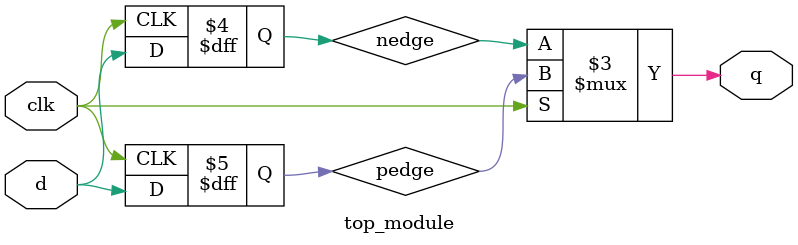
<source format=v>
module top_module (
    input clk,
    input d,
    output q
);
    reg pedge, nedge;

    always @(posedge clk) begin
        pedge <= d;
    end

    always @(negedge clk) begin
        nedge <= d;
    end

    assign q = clk ? pedge : nedge;
endmodule

</source>
